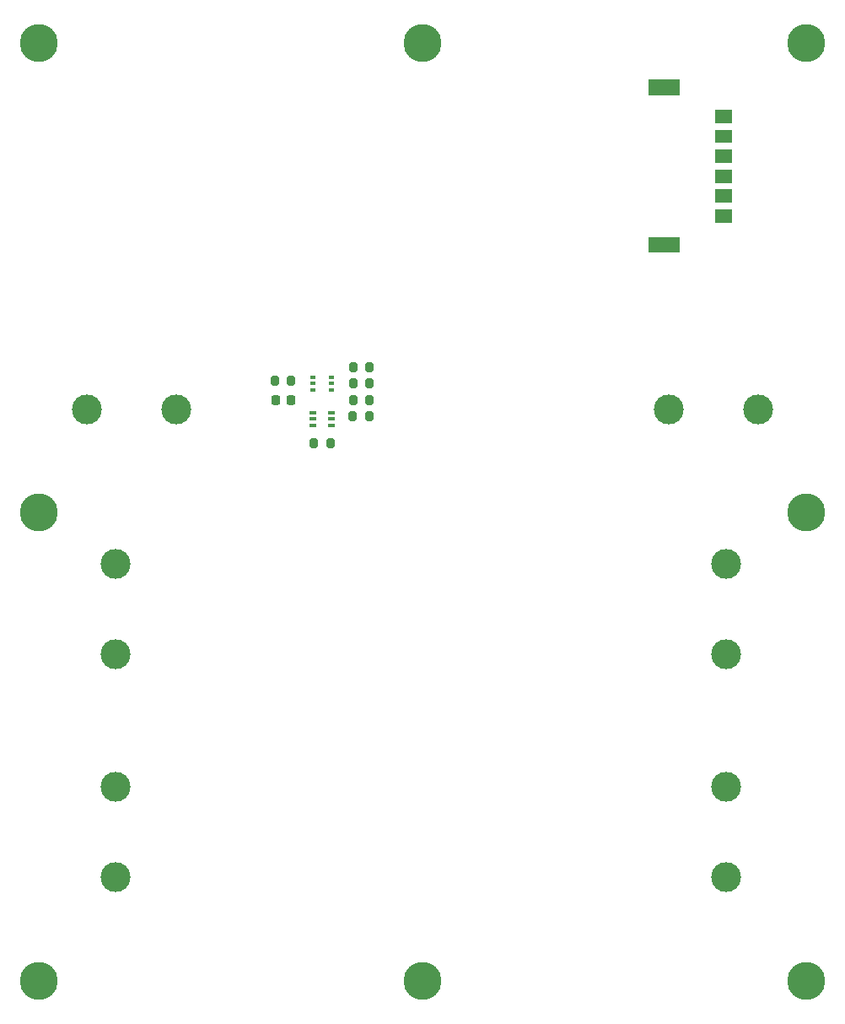
<source format=gbs>
%TF.GenerationSoftware,KiCad,Pcbnew,(6.0.5)*%
%TF.CreationDate,2022-07-09T20:44:09-07:00*%
%TF.ProjectId,solar-panel-side-Y-plus,736f6c61-722d-4706-916e-656c2d736964,rev?*%
%TF.SameCoordinates,Original*%
%TF.FileFunction,Soldermask,Bot*%
%TF.FilePolarity,Negative*%
%FSLAX46Y46*%
G04 Gerber Fmt 4.6, Leading zero omitted, Abs format (unit mm)*
G04 Created by KiCad (PCBNEW (6.0.5)) date 2022-07-09 20:44:09*
%MOMM*%
%LPD*%
G01*
G04 APERTURE LIST*
G04 Aperture macros list*
%AMRoundRect*
0 Rectangle with rounded corners*
0 $1 Rounding radius*
0 $2 $3 $4 $5 $6 $7 $8 $9 X,Y pos of 4 corners*
0 Add a 4 corners polygon primitive as box body*
4,1,4,$2,$3,$4,$5,$6,$7,$8,$9,$2,$3,0*
0 Add four circle primitives for the rounded corners*
1,1,$1+$1,$2,$3*
1,1,$1+$1,$4,$5*
1,1,$1+$1,$6,$7*
1,1,$1+$1,$8,$9*
0 Add four rect primitives between the rounded corners*
20,1,$1+$1,$2,$3,$4,$5,0*
20,1,$1+$1,$4,$5,$6,$7,0*
20,1,$1+$1,$6,$7,$8,$9,0*
20,1,$1+$1,$8,$9,$2,$3,0*%
G04 Aperture macros list end*
%ADD10C,0.010000*%
%ADD11C,3.000000*%
%ADD12C,3.800000*%
%ADD13C,2.600000*%
%ADD14RoundRect,0.200000X0.200000X0.275000X-0.200000X0.275000X-0.200000X-0.275000X0.200000X-0.275000X0*%
%ADD15RoundRect,0.200000X-0.200000X-0.275000X0.200000X-0.275000X0.200000X0.275000X-0.200000X0.275000X0*%
%ADD16R,0.650000X0.400000*%
%ADD17R,0.600000X0.400000*%
%ADD18RoundRect,0.225000X0.225000X0.250000X-0.225000X0.250000X-0.225000X-0.250000X0.225000X-0.250000X0*%
G04 APERTURE END LIST*
G36*
X174361200Y-51276200D02*
G01*
X171308800Y-51276200D01*
X171308800Y-49773800D01*
X174361200Y-49773800D01*
X174361200Y-51276200D01*
G37*
D10*
X174361200Y-51276200D02*
X171308800Y-51276200D01*
X171308800Y-49773800D01*
X174361200Y-49773800D01*
X174361200Y-51276200D01*
G36*
X179611200Y-56046200D02*
G01*
X178008800Y-56046200D01*
X178008800Y-54793800D01*
X179611200Y-54793800D01*
X179611200Y-56046200D01*
G37*
X179611200Y-56046200D02*
X178008800Y-56046200D01*
X178008800Y-54793800D01*
X179611200Y-54793800D01*
X179611200Y-56046200D01*
G36*
X179611200Y-60046200D02*
G01*
X178008800Y-60046200D01*
X178008800Y-58793800D01*
X179611200Y-58793800D01*
X179611200Y-60046200D01*
G37*
X179611200Y-60046200D02*
X178008800Y-60046200D01*
X178008800Y-58793800D01*
X179611200Y-58793800D01*
X179611200Y-60046200D01*
G36*
X179611200Y-64046200D02*
G01*
X178008800Y-64046200D01*
X178008800Y-62793800D01*
X179611200Y-62793800D01*
X179611200Y-64046200D01*
G37*
X179611200Y-64046200D02*
X178008800Y-64046200D01*
X178008800Y-62793800D01*
X179611200Y-62793800D01*
X179611200Y-64046200D01*
G36*
X179611200Y-58046200D02*
G01*
X178008800Y-58046200D01*
X178008800Y-56793800D01*
X179611200Y-56793800D01*
X179611200Y-58046200D01*
G37*
X179611200Y-58046200D02*
X178008800Y-58046200D01*
X178008800Y-56793800D01*
X179611200Y-56793800D01*
X179611200Y-58046200D01*
G36*
X179611200Y-62046200D02*
G01*
X178008800Y-62046200D01*
X178008800Y-60793800D01*
X179611200Y-60793800D01*
X179611200Y-62046200D01*
G37*
X179611200Y-62046200D02*
X178008800Y-62046200D01*
X178008800Y-60793800D01*
X179611200Y-60793800D01*
X179611200Y-62046200D01*
G36*
X174361200Y-67066200D02*
G01*
X171308800Y-67066200D01*
X171308800Y-65563800D01*
X174361200Y-65563800D01*
X174361200Y-67066200D01*
G37*
X174361200Y-67066200D02*
X171308800Y-67066200D01*
X171308800Y-65563800D01*
X174361200Y-65563800D01*
X174361200Y-67066200D01*
G36*
X179611200Y-54046200D02*
G01*
X178008800Y-54046200D01*
X178008800Y-52793800D01*
X179611200Y-52793800D01*
X179611200Y-54046200D01*
G37*
X179611200Y-54046200D02*
X178008800Y-54046200D01*
X178008800Y-52793800D01*
X179611200Y-52793800D01*
X179611200Y-54046200D01*
D11*
X179116000Y-98370000D03*
X179116000Y-107370000D03*
X123880000Y-82850000D03*
X114880000Y-82850000D03*
X179116000Y-120722000D03*
X179116000Y-129722000D03*
D12*
X110120000Y-46150000D03*
D13*
X110120000Y-46150000D03*
D12*
X148620000Y-46150000D03*
D13*
X148620000Y-46150000D03*
X187120000Y-46150000D03*
D12*
X187120000Y-46150000D03*
D13*
X187120000Y-93150000D03*
D12*
X187120000Y-93150000D03*
X187120000Y-140150000D03*
D13*
X187120000Y-140150000D03*
D12*
X148620000Y-140150000D03*
D13*
X148620000Y-140150000D03*
D12*
X110120000Y-140150000D03*
D13*
X110120000Y-140150000D03*
D12*
X110120000Y-93150000D03*
D13*
X110120000Y-93150000D03*
D11*
X182300000Y-82850000D03*
X173300000Y-82850000D03*
X117810000Y-129722000D03*
X117810000Y-120722000D03*
X117810000Y-107370000D03*
X117810000Y-98370000D03*
D14*
X143319000Y-81915000D03*
X141669000Y-81915000D03*
D15*
X137732000Y-86233000D03*
X139382000Y-86233000D03*
D16*
X139507000Y-83170000D03*
X139507000Y-83820000D03*
X139507000Y-84470000D03*
X137607000Y-84470000D03*
X137607000Y-83820000D03*
X137607000Y-83170000D03*
D15*
X133795000Y-80010000D03*
X135445000Y-80010000D03*
D17*
X139507000Y-79614000D03*
X139507000Y-80264000D03*
X139507000Y-80914000D03*
X137607000Y-80914000D03*
X137607000Y-80264000D03*
X137607000Y-79614000D03*
D14*
X143319000Y-78613000D03*
X141669000Y-78613000D03*
D18*
X135395000Y-81915000D03*
X133845000Y-81915000D03*
D14*
X143319000Y-80264000D03*
X141669000Y-80264000D03*
D15*
X141606000Y-83566000D03*
X143256000Y-83566000D03*
M02*

</source>
